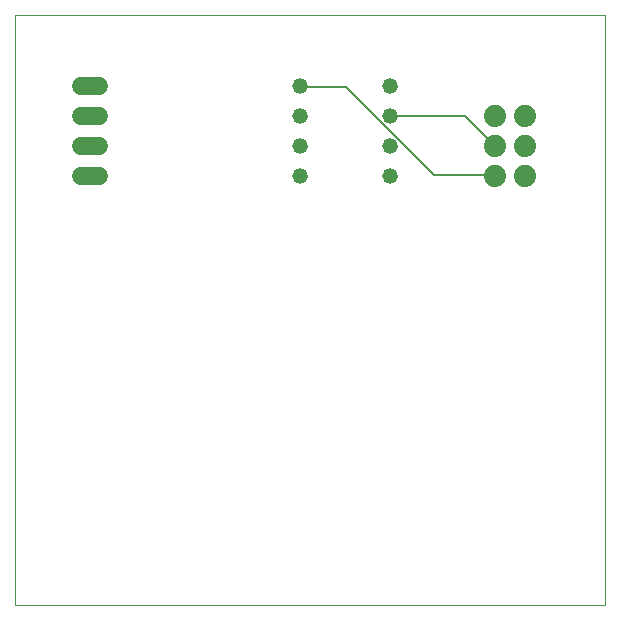
<source format=gbl>
G75*
%MOIN*%
%OFA0B0*%
%FSLAX25Y25*%
%IPPOS*%
%LPD*%
%AMOC8*
5,1,8,0,0,1.08239X$1,22.5*
%
%ADD10C,0.00000*%
%ADD11C,0.07400*%
%ADD12C,0.06000*%
%ADD13C,0.05200*%
%ADD14C,0.00600*%
D10*
X0001000Y0001000D02*
X0001000Y0197850D01*
X0197850Y0197850D01*
X0197850Y0001000D01*
X0001000Y0001000D01*
D11*
X0161000Y0144150D03*
X0161000Y0154150D03*
X0161000Y0164150D03*
X0171000Y0164150D03*
X0171000Y0154150D03*
X0171000Y0144150D03*
D12*
X0029000Y0144150D02*
X0023000Y0144150D01*
X0023000Y0154150D02*
X0029000Y0154150D01*
X0029000Y0164150D02*
X0023000Y0164150D01*
X0023000Y0174150D02*
X0029000Y0174150D01*
D13*
X0096000Y0174150D03*
X0096000Y0164150D03*
X0096000Y0154150D03*
X0096000Y0144150D03*
X0126000Y0144150D03*
X0126000Y0154150D03*
X0126000Y0164150D03*
X0126000Y0174150D03*
D14*
X0126000Y0164150D02*
X0151000Y0164150D01*
X0161000Y0154150D01*
X0160600Y0144350D02*
X0161000Y0144150D01*
X0160600Y0144350D02*
X0140800Y0144350D01*
X0111400Y0173750D01*
X0096400Y0173750D01*
X0096000Y0174150D01*
M02*

</source>
